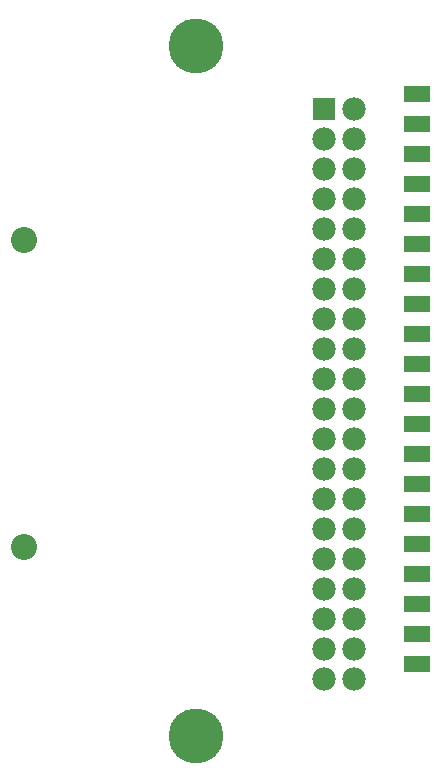
<source format=gbs>
G04 Layer_Color=16711935*
%FSLAX25Y25*%
%MOIN*%
G70*
G01*
G75*
%ADD28R,0.08674X0.05800*%
%ADD31R,0.07800X0.07800*%
%ADD32C,0.07800*%
%ADD33C,0.18300*%
%ADD34C,0.08674*%
D28*
X303500Y150000D02*
D03*
Y160000D02*
D03*
Y170000D02*
D03*
Y180000D02*
D03*
Y190000D02*
D03*
Y200000D02*
D03*
Y210000D02*
D03*
Y220000D02*
D03*
Y230000D02*
D03*
Y240000D02*
D03*
Y250000D02*
D03*
Y260000D02*
D03*
Y270000D02*
D03*
Y280000D02*
D03*
Y290000D02*
D03*
Y300000D02*
D03*
Y310000D02*
D03*
Y320000D02*
D03*
Y330000D02*
D03*
Y340000D02*
D03*
D31*
X272500Y335000D02*
D03*
D32*
X282500D02*
D03*
X272500Y325000D02*
D03*
X282500D02*
D03*
X272500Y315000D02*
D03*
X282500D02*
D03*
X272500Y305000D02*
D03*
X282500D02*
D03*
X272500Y295000D02*
D03*
X282500D02*
D03*
X272500Y285000D02*
D03*
X282500D02*
D03*
X272500Y275000D02*
D03*
X282500D02*
D03*
X272500Y265000D02*
D03*
X282500D02*
D03*
X272500Y255000D02*
D03*
X282500D02*
D03*
X272500Y245000D02*
D03*
X282500D02*
D03*
X272500Y235000D02*
D03*
X282500D02*
D03*
X272500Y225000D02*
D03*
X282500D02*
D03*
X272500Y215000D02*
D03*
X282500D02*
D03*
X272500Y205000D02*
D03*
X282500D02*
D03*
X272500Y195000D02*
D03*
X282500D02*
D03*
X272500Y185000D02*
D03*
X282500D02*
D03*
X272500Y175000D02*
D03*
X282500D02*
D03*
X272500Y165000D02*
D03*
X282500D02*
D03*
X272500Y155000D02*
D03*
X282500D02*
D03*
X272500Y145000D02*
D03*
X282500D02*
D03*
D33*
X230000Y126000D02*
D03*
Y356000D02*
D03*
D34*
X172343Y188819D02*
D03*
Y291181D02*
D03*
M02*

</source>
